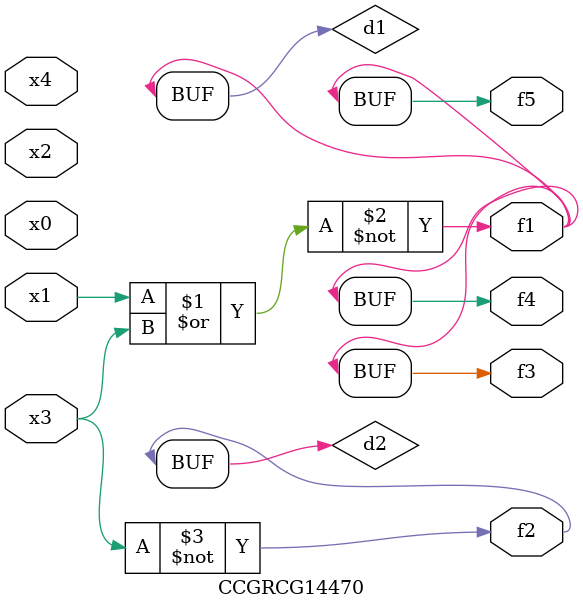
<source format=v>
module CCGRCG14470(
	input x0, x1, x2, x3, x4,
	output f1, f2, f3, f4, f5
);

	wire d1, d2;

	nor (d1, x1, x3);
	not (d2, x3);
	assign f1 = d1;
	assign f2 = d2;
	assign f3 = d1;
	assign f4 = d1;
	assign f5 = d1;
endmodule

</source>
